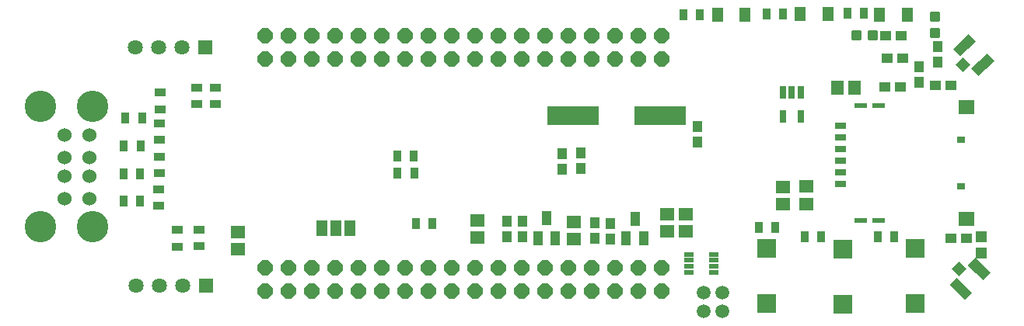
<source format=gbr>
G04 EAGLE Gerber RS-274X export*
G75*
%MOMM*%
%FSLAX34Y34*%
%LPD*%
%INSoldermask Top*%
%IPPOS*%
%AMOC8*
5,1,8,0,0,1.08239X$1,22.5*%
G01*
%ADD10R,1.601600X1.401600*%
%ADD11R,1.251600X0.751600*%
%ADD12R,1.401600X0.551600*%
%ADD13R,1.801600X1.501600*%
%ADD14R,0.901600X0.641600*%
%ADD15R,1.301600X1.501600*%
%ADD16R,1.631600X1.631600*%
%ADD17C,1.631600*%
%ADD18R,0.901600X1.301600*%
%ADD19R,2.101600X2.101600*%
%ADD20R,1.401600X1.601600*%
%ADD21P,1.759533X8X22.500000*%
%ADD22R,0.762000X1.371600*%
%ADD23R,0.736600X1.371600*%
%ADD24C,1.509600*%
%ADD25C,1.524000*%
%ADD26C,3.429000*%
%ADD27R,1.101600X1.501600*%
%ADD28R,1.101600X1.201600*%
%ADD29R,1.301600X0.901600*%
%ADD30R,1.143000X2.362200*%
%ADD31R,1.143000X1.193800*%
%ADD32R,5.613400X2.108200*%
%ADD33R,1.201600X1.101600*%
%ADD34C,0.396575*%
%ADD35R,1.079500X0.533400*%
%ADD36R,1.181600X1.151600*%
%ADD37R,1.270000X1.701800*%


D10*
X863734Y148506D03*
X863734Y129506D03*
X838388Y148036D03*
X838388Y129036D03*
D11*
X900700Y201950D03*
X900700Y176550D03*
X900700Y151150D03*
X900700Y214650D03*
X900700Y189250D03*
X900700Y163850D03*
D12*
X922400Y237100D03*
X942400Y237100D03*
D13*
X1038000Y235450D03*
X1038000Y113350D03*
D12*
X942400Y111700D03*
X922400Y111700D03*
D14*
X1032200Y149000D03*
X1032200Y199800D03*
D15*
X943150Y336134D03*
X973150Y336134D03*
X856900Y336350D03*
X886900Y336350D03*
X766900Y335550D03*
X796900Y335550D03*
D16*
X209400Y300200D03*
D17*
X184000Y300200D03*
X158600Y300200D03*
X133200Y300200D03*
D18*
X747550Y335550D03*
X729550Y335550D03*
X838450Y336650D03*
X820450Y336650D03*
X925950Y337250D03*
X907950Y337250D03*
X811972Y103722D03*
X829972Y103722D03*
D19*
X820180Y80750D03*
X820180Y20750D03*
D20*
X897280Y256540D03*
X916280Y256540D03*
D16*
X210000Y40000D03*
D17*
X184600Y40000D03*
X159200Y40000D03*
X133800Y40000D03*
D10*
X244822Y98846D03*
X244822Y79846D03*
D18*
X861420Y93830D03*
X879420Y93830D03*
D19*
X902840Y80250D03*
X902840Y20250D03*
D18*
X941232Y93736D03*
X959232Y93736D03*
D19*
X981590Y81012D03*
X981590Y21012D03*
D21*
X274100Y34800D03*
X299500Y34800D03*
X324900Y34800D03*
X350300Y34800D03*
X375700Y34800D03*
X401100Y34800D03*
X274100Y60200D03*
X299500Y60200D03*
X324900Y60200D03*
X350300Y60200D03*
X375700Y60200D03*
X401100Y60200D03*
X426500Y34800D03*
X426500Y60200D03*
X451900Y34800D03*
X477300Y34800D03*
X502700Y34800D03*
X528100Y34800D03*
X553500Y34800D03*
X578900Y34800D03*
X451900Y60200D03*
X477300Y60200D03*
X502700Y60200D03*
X528100Y60200D03*
X553500Y60200D03*
X578900Y60200D03*
X604300Y34800D03*
X604300Y60200D03*
X629700Y34800D03*
X655100Y34800D03*
X680500Y34800D03*
X629700Y60200D03*
X655100Y60200D03*
X680500Y60200D03*
X705900Y34800D03*
X705900Y60200D03*
X274100Y287300D03*
X299500Y287300D03*
X324900Y287300D03*
X350300Y287300D03*
X375700Y287300D03*
X401100Y287300D03*
X274100Y312700D03*
X299500Y312700D03*
X324900Y312700D03*
X350300Y312700D03*
X375700Y312700D03*
X401100Y312700D03*
X426500Y287300D03*
X426500Y312700D03*
X451900Y287300D03*
X477300Y287300D03*
X502700Y287300D03*
X528100Y287300D03*
X553500Y287300D03*
X578900Y287300D03*
X451900Y312700D03*
X477300Y312700D03*
X502700Y312700D03*
X528100Y312700D03*
X553500Y312700D03*
X578900Y312700D03*
X604300Y287300D03*
X604300Y312700D03*
X629700Y287300D03*
X655100Y287300D03*
X680500Y287300D03*
X629700Y312700D03*
X655100Y312700D03*
X680500Y312700D03*
X705900Y287300D03*
X705900Y312700D03*
D22*
X838190Y224640D03*
D23*
X857190Y224640D03*
X838190Y250940D03*
X847690Y250940D03*
X857190Y250940D03*
D24*
X751688Y12384D03*
X751688Y32384D03*
X771688Y12384D03*
X771688Y32384D03*
D25*
X82500Y205000D03*
X82500Y180108D03*
X82500Y160042D03*
X82500Y134896D03*
X55322Y205000D03*
X55322Y180108D03*
X55322Y160042D03*
X55322Y134896D03*
D26*
X29160Y235734D03*
X29160Y104416D03*
X86056Y235734D03*
X86056Y104416D03*
D18*
X418460Y162904D03*
X436460Y162904D03*
X417698Y181806D03*
X435698Y181806D03*
D27*
X580888Y114188D03*
X590388Y92188D03*
X571388Y92188D03*
X676900Y113610D03*
X686400Y91610D03*
X667400Y91610D03*
D10*
X609952Y110014D03*
X609952Y91014D03*
X732266Y99536D03*
X732266Y118536D03*
X711896Y118650D03*
X711896Y99650D03*
D28*
X649852Y108466D03*
X649852Y91466D03*
X554326Y93464D03*
X554326Y110464D03*
X633390Y108720D03*
X633390Y91720D03*
X537792Y93464D03*
X537792Y110464D03*
D29*
X159586Y232790D03*
X159586Y250790D03*
X159280Y199262D03*
X159280Y217262D03*
X158780Y180976D03*
X158780Y162976D03*
X158324Y145416D03*
X158324Y127416D03*
D30*
G36*
X1030897Y290589D02*
X1023146Y298989D01*
X1040505Y315007D01*
X1048256Y306607D01*
X1030897Y290589D01*
G37*
G36*
X1050842Y268975D02*
X1043091Y277375D01*
X1060450Y293393D01*
X1068201Y284993D01*
X1050842Y268975D01*
G37*
D31*
G36*
X1033433Y272921D02*
X1025682Y281320D01*
X1034455Y289415D01*
X1042206Y281016D01*
X1033433Y272921D01*
G37*
D10*
X504924Y111604D03*
X504924Y92604D03*
D32*
X704354Y225996D03*
X609358Y225996D03*
D28*
X618160Y168446D03*
X618160Y185446D03*
X744722Y214292D03*
X744722Y197292D03*
X597200Y184574D03*
X597200Y167574D03*
D18*
X122008Y223094D03*
X140008Y223094D03*
X120484Y192920D03*
X138484Y192920D03*
X119976Y162492D03*
X137976Y162492D03*
X119722Y133080D03*
X137722Y133080D03*
X456350Y107914D03*
X438350Y107914D03*
D33*
X968422Y288844D03*
X951422Y288844D03*
X965882Y257310D03*
X948882Y257310D03*
D28*
X985932Y278920D03*
X985932Y261920D03*
D33*
X1021040Y258650D03*
X1004040Y258650D03*
D34*
X921347Y310419D02*
X921347Y317469D01*
X921347Y310419D02*
X914297Y310419D01*
X914297Y317469D01*
X921347Y317469D01*
X921347Y314187D02*
X914297Y314187D01*
X938887Y317469D02*
X938887Y310419D01*
X931837Y310419D01*
X931837Y317469D01*
X938887Y317469D01*
X938887Y314187D02*
X931837Y314187D01*
D33*
X950096Y313182D03*
X967096Y313182D03*
D29*
X219964Y256142D03*
X219964Y238142D03*
X199644Y256142D03*
X199644Y238142D03*
X201930Y83202D03*
X201930Y101202D03*
X178562Y82948D03*
X178562Y100948D03*
D35*
X762699Y55020D03*
X762699Y61520D03*
X762699Y68020D03*
X762699Y74520D03*
X735394Y74520D03*
X735394Y68020D03*
X735394Y61520D03*
X735394Y55020D03*
D30*
G36*
X1039121Y62378D02*
X1046902Y70751D01*
X1064205Y54672D01*
X1056424Y46299D01*
X1039121Y62378D01*
G37*
G36*
X1019101Y40834D02*
X1026882Y49207D01*
X1044185Y33128D01*
X1036404Y24755D01*
X1019101Y40834D01*
G37*
D31*
G36*
X1021700Y58494D02*
X1029480Y66866D01*
X1038224Y58740D01*
X1030444Y50368D01*
X1021700Y58494D01*
G37*
D33*
X1021216Y92202D03*
X1038216Y92202D03*
D36*
X1054354Y76340D03*
X1054354Y93840D03*
D37*
X366522Y103124D03*
X351282Y103124D03*
X336042Y103124D03*
D34*
X999775Y330365D02*
X1006825Y330365D01*
X999775Y330365D02*
X999775Y337415D01*
X1006825Y337415D01*
X1006825Y330365D01*
X1006825Y334133D02*
X999775Y334133D01*
X999775Y312825D02*
X1006825Y312825D01*
X999775Y312825D02*
X999775Y319875D01*
X1006825Y319875D01*
X1006825Y312825D01*
X1006825Y316593D02*
X999775Y316593D01*
D28*
X1006602Y301362D03*
X1006602Y284362D03*
M02*

</source>
